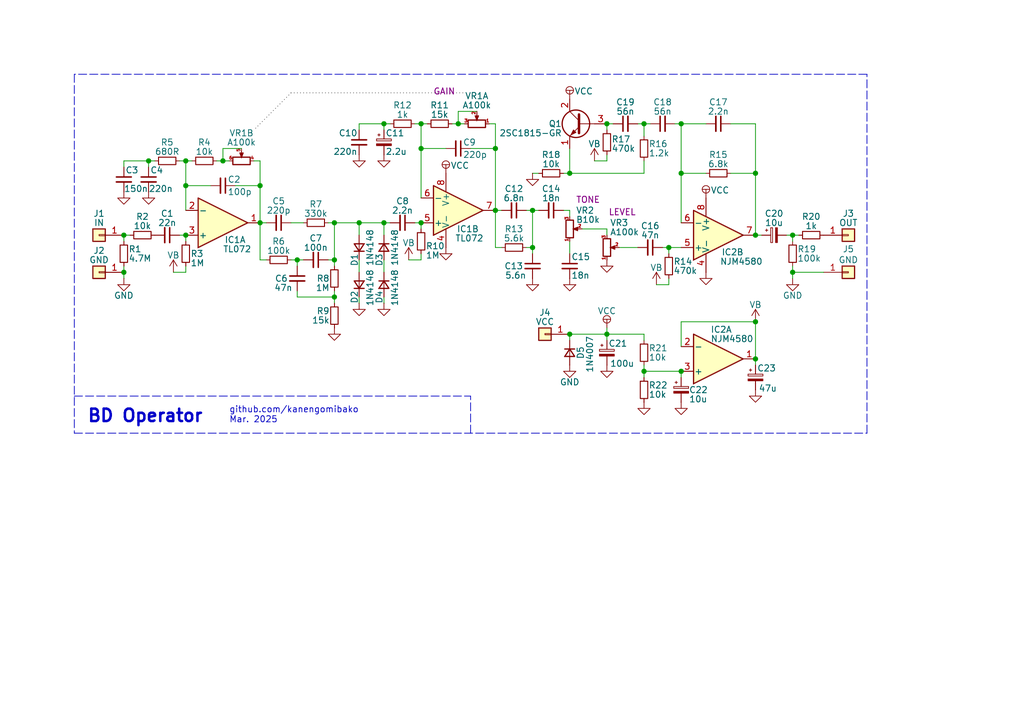
<source format=kicad_sch>
(kicad_sch (version 20250114) (generator "eeschema") (generator_version "9.0")
  (paper "A5")
  (lib_symbols
    (symbol "Amplifier_Operational:TL072" (pin_names (offset 0.127))
      (property "Reference" "U" (at 0 5.08 0))
      (property "Value" "TL072" (at 0 -5.08 0))
      (symbol "TL072_1_1"
        (polyline (pts (xy -5.08 5.08) (xy 5.08 0) (xy -5.08 -5.08) (xy -5.08 5.08)) (stroke (width 0.254)) (fill (type background)))
        (pin input line (at -7.62 2.54 0) (length 2.54) (name "+") (number "3"))
        (pin input line (at -7.62 -2.54 0) (length 2.54) (name "-") (number "2"))
        (pin output line (at 7.62 0 180) (length 2.54) (name "~") (number "1"))
      )
      (symbol "TL072_2_1"
        (polyline (pts (xy -5.08 5.08) (xy 5.08 0) (xy -5.08 -5.08) (xy -5.08 5.08)) (stroke (width 0.254)) (fill (type background)))
        (pin input line (at -7.62 2.54 0) (length 2.54) (name "+") (number "5"))
        (pin input line (at -7.62 -2.54 0) (length 2.54) (name "-") (number "6"))
        (pin output line (at 7.62 0 180) (length 2.54) (name "~") (number "7"))
      )
      (symbol "TL072_3_1"
        (pin power_in line (at -2.54 7.62 270) (length 3.81) (name "V+") (number "8"))
        (pin power_in line (at -2.54 -7.62 90) (length 3.81) (name "V-") (number "4"))
      )
    )
    (symbol "Connector_Generic:Conn_01x01" (pin_names (offset 1.016) (hide yes))
      (property "Reference" "J" (at 0 2.54 0))
      (property "Value" "Conn_01x01" (at 0 -2.54 0))
      (symbol "Conn_01x01_1_1"
        (rectangle (start -1.27 1.27) (end 1.27 -1.27) (stroke (width 0.254)) (fill (type background)))
        (rectangle (start -1.27 0.127) (end 0 -0.127) (stroke (width 0.1524)))
        (pin passive line (at -5.08 0 0) (length 3.81) (name "Pin_1") (number "1"))
      )
    )
    (symbol "Device:C_Polarized_Small" (pin_numbers (hide yes)) (pin_names (offset 0.254) (hide yes))
      (property "Reference" "C" (at 0.254 1.778 0))
      (property "Value" "C_Polarized_Small" (at 0.254 -2.032 0))
      (symbol "C_Polarized_Small_0_1"
        (rectangle (start -1.524 0.6858) (end 1.524 0.3048))
        (rectangle (start -1.524 -0.3048) (end 1.524 -0.6858) (fill (type outline)))
        (polyline (pts (xy -1.27 1.524) (xy -0.762 1.524)))
        (polyline (pts (xy -1.016 1.27) (xy -1.016 1.778)))
      )
      (symbol "C_Polarized_Small_1_1"
        (pin passive line (at 0 2.54 270) (length 1.8542) (name "~") (number "1"))
        (pin passive line (at 0 -2.54 90) (length 1.8542) (name "~") (number "2"))
      )
    )
    (symbol "Device:C_Small" (pin_numbers (hide yes)) (pin_names (offset 0.254) (hide yes))
      (property "Reference" "C" (at 0.254 1.778 0))
      (property "Value" "C_Small" (at 0.254 -2.032 0))
      (symbol "C_Small_0_1"
        (polyline (pts (xy -1.524 0.508) (xy 1.524 0.508)) (stroke (width 0.3048)))
        (polyline (pts (xy -1.524 -0.508) (xy 1.524 -0.508)) (stroke (width 0.3302)))
      )
      (symbol "C_Small_1_1"
        (pin passive line (at 0 2.54 270) (length 2.032) (name "~") (number "1"))
        (pin passive line (at 0 -2.54 90) (length 2.032) (name "~") (number "2"))
      )
    )
    (symbol "Device:D_Small" (pin_numbers (hide yes)) (pin_names (offset 0.254) (hide yes))
      (property "Reference" "D" (at -1.27 2.032 0))
      (property "Value" "D_Small" (at -3.81 -2.032 0))
      (symbol "D_Small_0_1"
        (polyline (pts (xy -0.762 0) (xy 0.762 0)))
        (polyline (pts (xy -0.762 -1.016) (xy -0.762 1.016)) (stroke (width 0.254)))
        (polyline (pts (xy 0.762 -1.016) (xy -0.762 0) (xy 0.762 1.016) (xy 0.762 -1.016)) (stroke (width 0.254)))
      )
      (symbol "D_Small_1_1"
        (pin passive line (at -2.54 0 0) (length 1.778) (name "K") (number "1"))
        (pin passive line (at 2.54 0 180) (length 1.778) (name "A") (number "2"))
      )
    )
    (symbol "Device:R_Potentiometer_Small" (pin_names (offset 1.016) (hide yes))
      (property "Reference" "RV" (at -4.445 0 90))
      (property "Value" "R_Potentiometer_Small" (at -2.54 0 90))
      (symbol "R_Potentiometer_Small_0_1"
        (rectangle (start 0.762 1.8034) (end -0.762 -1.8034) (stroke (width 0.254)))
        (polyline (pts (xy 0.889 0) (xy 0.635 0) (xy 1.651 0.381) (xy 1.651 -0.381) (xy 0.635 0) (xy 0.889 0)) (fill (type outline)))
      )
      (symbol "R_Potentiometer_Small_1_1"
        (pin passive line (at 0 2.54 270) (length 0.635) (name "1") (number "1"))
        (pin passive line (at 0 -2.54 90) (length 0.635) (name "3") (number "3"))
        (pin passive line (at 2.54 0 180) (length 0.9906) (name "2") (number "2"))
      )
    )
    (symbol "Device:R_Small" (pin_numbers (hide yes)) (pin_names (offset 0.254) (hide yes))
      (property "Reference" "R" (at 0.762 0.508 0))
      (property "Value" "R_Small" (at 0.762 -1.016 0))
      (symbol "R_Small_0_1"
        (rectangle (start -0.762 1.778) (end 0.762 -1.778) (stroke (width 0.2032)))
      )
      (symbol "R_Small_1_1"
        (pin passive line (at 0 2.54 270) (length 0.762) (name "~") (number "1"))
        (pin passive line (at 0 -2.54 90) (length 0.762) (name "~") (number "2"))
      )
    )
    (symbol "Transistor_BJT:2SC1815" (pin_names (offset 0) (hide yes))
      (property "Reference" "Q" (at 5.08 1.905 0))
      (property "Value" "2SC1815" (at 5.08 0 0))
      (symbol "2SC1815_0_1"
        (polyline (pts (xy -2.54 0) (xy 0.635 0)))
        (polyline (pts (xy 0.635 1.905) (xy 0.635 -1.905)) (stroke (width 0.508)))
        (circle (center 1.27 0) (radius 2.8194) (stroke (width 0.254)))
      )
      (symbol "2SC1815_1_1"
        (polyline (pts (xy 0.635 0.635) (xy 2.54 2.54)))
        (polyline (pts (xy 0.635 -0.635) (xy 2.54 -2.54)))
        (polyline (pts (xy 1.27 -1.778) (xy 1.778 -1.27) (xy 2.286 -2.286) (xy 1.27 -1.778)) (fill (type outline)))
        (pin input line (at -5.08 0 0) (length 2.54) (name "B") (number "3"))
        (pin passive line (at 2.54 5.08 270) (length 2.54) (name "C") (number "2"))
        (pin passive line (at 2.54 -5.08 90) (length 2.54) (name "E") (number "1"))
      )
    )
    (symbol "myLib:R_Potentiometer_Dual_Separate_small" (pin_names (offset 1.016) (hide yes))
      (property "Reference" "RV" (at -4.445 0 90))
      (property "Value" "R_Potentiometer_Dual_Separate_small" (at -2.54 0 90))
      (symbol "R_Potentiometer_Dual_Separate_small_0_1"
        (rectangle (start -0.762 1.778) (end 0.762 -1.778) (stroke (width 0.254)))
        (polyline (pts (xy 0.635 0) (xy 1.651 0.381) (xy 1.651 -0.381) (xy 0.635 0)) (fill (type outline)))
        (polyline (pts (xy 2.032 0) (xy 1.524 0)))
      )
      (symbol "R_Potentiometer_Dual_Separate_small_1_1"
        (pin passive line (at 0 2.54 270) (length 0.635) (name "1") (number "1"))
        (pin passive line (at 0 -2.54 90) (length 0.635) (name "3") (number "3"))
        (pin passive line (at 2.54 0 180) (length 0.635) (name "2") (number "2"))
      )
      (symbol "R_Potentiometer_Dual_Separate_small_2_1"
        (pin passive line (at 0 2.54 270) (length 0.635) (name "4") (number "4"))
        (pin passive line (at 0 -2.54 90) (length 0.635) (name "6") (number "6"))
        (pin passive line (at 2.54 0 180) (length 0.635) (name "5") (number "5"))
      )
    )
    (symbol "myLib:VB" (power) (pin_names (offset 0))
      (property "Value" "VB" (at 0 3.556 0))
      (symbol "VB_0_1"
        (polyline (pts (xy -0.762 1.27) (xy 0 2.54)))
        (polyline (pts (xy 0 2.54) (xy 0.762 1.27)))
        (polyline (pts (xy 0 0) (xy 0 2.54)))
      )
      (symbol "VB_1_1"
        (pin power_in line (at 0 0 90) (length 0) (hide yes) (name "VB") (number "1"))
      )
    )
    (symbol "myLib:VCC" (power) (pin_names (offset 0))
      (property "Value" "VCC" (at 0 3.556 0))
      (symbol "VCC_0_0"
        (polyline (pts (xy -0.762 1.778) (xy 0.762 1.778)))
        (circle (center 0 1.778) (radius 0.7725))
      )
      (symbol "VCC_0_1"
        (polyline (pts (xy 0 0) (xy 0 1.778)))
      )
      (symbol "VCC_1_1"
        (pin power_in line (at 0 0 90) (length 0) (hide yes) (name "VCC") (number "1"))
      )
    )
    (symbol "power:GND" (power) (pin_numbers (hide yes)) (pin_names (offset 0) (hide yes))
      (property "Value" "GND" (at 0 -3.81 0))
      (symbol "GND_0_1"
        (polyline (pts (xy 0 0) (xy 0 -1.27) (xy 1.27 -1.27) (xy 0 -2.54) (xy -1.27 -1.27) (xy 0 -1.27)))
      )
      (symbol "GND_1_1"
        (pin power_in line (at 0 0 270) (length 0) (name "~") (number "1"))
      )
    )
  )
  (text "BD Operator" (at 17.78 86.995 0) (effects (font (size 2.54 2.54) (thickness 0.508) (bold yes)) (justify left bottom)))
  (text "github.com/kanengomibako\nMar. 2025" (at 46.99 86.995 0) (effects (font (size 1.27 1.27)) (justify left bottom)))
  (junction (at 139.7 76.2))
  (junction (at 38.1 38.1))
  (junction (at 78.74 45.72))
  (junction (at 30.48 33.02))
  (junction (at 132.08 25.4))
  (junction (at 53.34 38.1))
  (junction (at 154.94 73.66))
  (junction (at 137.16 50.8))
  (junction (at 162.56 55.88))
  (junction (at 53.34 45.72))
  (junction (at 124.46 25.4))
  (junction (at 109.22 50.8))
  (junction (at 132.08 76.2))
  (junction (at 154.94 35.56))
  (junction (at 68.58 45.72))
  (junction (at 86.36 30.48))
  (junction (at 139.7 35.56))
  (junction (at 25.4 48.26))
  (junction (at 139.7 25.4))
  (junction (at 93.98 25.4))
  (junction (at 101.6 30.48))
  (junction (at 86.36 45.72))
  (junction (at 124.46 68.58))
  (junction (at 109.22 43.18))
  (junction (at 154.94 48.26))
  (junction (at 60.96 53.34))
  (junction (at 78.74 25.4))
  (junction (at 38.1 33.02))
  (junction (at 86.36 25.4))
  (junction (at 38.1 48.26))
  (junction (at 116.84 68.58))
  (junction (at 154.94 66.04))
  (junction (at 73.66 45.72))
  (junction (at 68.58 60.96))
  (junction (at 25.4 55.88))
  (junction (at 116.84 35.56))
  (junction (at 162.56 48.26))
  (junction (at 45.72 33.02))
  (junction (at 101.6 43.18))
  (junction (at 68.58 53.34))
  (wire (pts (xy 68.58 45.72) (xy 73.66 45.72)))
  (wire (pts (xy 139.7 66.04) (xy 139.7 71.12)))
  (wire (pts (xy 162.56 55.88) (xy 162.56 54.61)))
  (wire (pts (xy 101.6 43.18) (xy 102.87 43.18)))
  (wire (pts (xy 85.09 25.4) (xy 86.36 25.4)))
  (wire (pts (xy 45.72 30.48) (xy 45.72 33.02)))
  (wire (pts (xy 162.56 55.88) (xy 168.91 55.88)))
  (wire (pts (xy 92.71 25.4) (xy 93.98 25.4)))
  (wire (pts (xy 137.16 50.8) (xy 139.7 50.8)))
  (wire (pts (xy 124.46 25.4) (xy 125.73 25.4)))
  (wire (pts (xy 86.36 52.07) (xy 86.36 53.34)))
  (wire (pts (xy 132.08 76.2) (xy 139.7 76.2)))
  (wire (pts (xy 38.1 38.1) (xy 38.1 43.18)))
  (wire (pts (xy 48.26 38.1) (xy 53.34 38.1)))
  (wire (pts (xy 45.72 30.48) (xy 49.53 30.48)))
  (wire (pts (xy 43.18 38.1) (xy 38.1 38.1)))
  (wire (pts (xy 149.86 25.4) (xy 154.94 25.4)))
  (wire (pts (xy 60.96 59.69) (xy 60.96 60.96)))
  (wire (pts (xy 78.74 25.4) (xy 78.74 26.67)))
  (wire (pts (xy 119.38 46.99) (xy 124.46 46.99)))
  (wire (pts (xy 110.49 35.56) (xy 109.22 35.56)))
  (wire (pts (xy 93.98 22.86) (xy 93.98 25.4)))
  (wire (pts (xy 86.36 40.64) (xy 86.36 30.48)))
  (wire (pts (xy 132.08 25.4) (xy 133.35 25.4)))
  (wire (pts (xy 25.4 55.88) (xy 25.4 54.61)))
  (wire (pts (xy 116.84 49.53) (xy 116.84 52.07)))
  (wire (pts (xy 139.7 35.56) (xy 139.7 45.72)))
  (wire (pts (xy 78.74 62.23) (xy 78.74 60.96)))
  (wire (pts (xy 154.94 35.56) (xy 154.94 48.26)))
  (wire (pts (xy 96.52 30.48) (xy 101.6 30.48)))
  (wire (pts (xy 132.08 68.58) (xy 132.08 69.85)))
  (polyline (pts (xy 177.8 15.24) (xy 15.24 15.24)) (stroke (width 0) (type dash)))
  (wire (pts (xy 124.46 67.31) (xy 124.46 68.58)))
  (wire (pts (xy 85.09 45.72) (xy 86.36 45.72)))
  (wire (pts (xy 73.66 25.4) (xy 73.66 26.67)))
  (wire (pts (xy 67.31 45.72) (xy 68.58 45.72)))
  (wire (pts (xy 139.7 25.4) (xy 139.7 35.56)))
  (wire (pts (xy 137.16 50.8) (xy 137.16 52.07)))
  (wire (pts (xy 109.22 43.18) (xy 109.22 50.8)))
  (wire (pts (xy 116.84 35.56) (xy 116.84 30.48)))
  (polyline (pts (xy 59.69 19.05) (xy 95.25 19.05)) (stroke (width 0) (type dot) (color 72 72 72 1)))
  (wire (pts (xy 60.96 53.34) (xy 62.23 53.34)))
  (wire (pts (xy 68.58 60.96) (xy 68.58 62.23)))
  (wire (pts (xy 101.6 30.48) (xy 101.6 43.18)))
  (wire (pts (xy 78.74 45.72) (xy 80.01 45.72)))
  (wire (pts (xy 54.61 45.72) (xy 53.34 45.72)))
  (wire (pts (xy 154.94 66.04) (xy 154.94 73.66)))
  (wire (pts (xy 38.1 48.26) (xy 38.1 49.53)))
  (wire (pts (xy 132.08 74.93) (xy 132.08 76.2)))
  (wire (pts (xy 86.36 25.4) (xy 86.36 30.48)))
  (wire (pts (xy 124.46 25.4) (xy 124.46 26.67)))
  (wire (pts (xy 124.46 46.99) (xy 124.46 48.26)))
  (wire (pts (xy 68.58 45.72) (xy 68.58 53.34)))
  (wire (pts (xy 86.36 30.48) (xy 91.44 30.48)))
  (wire (pts (xy 101.6 50.8) (xy 102.87 50.8)))
  (wire (pts (xy 45.72 33.02) (xy 46.99 33.02)))
  (wire (pts (xy 60.96 60.96) (xy 68.58 60.96)))
  (wire (pts (xy 53.34 33.02) (xy 53.34 38.1)))
  (wire (pts (xy 97.79 22.86) (xy 93.98 22.86)))
  (wire (pts (xy 60.96 53.34) (xy 60.96 54.61)))
  (wire (pts (xy 124.46 68.58) (xy 132.08 68.58)))
  (wire (pts (xy 132.08 76.2) (xy 132.08 77.47)))
  (wire (pts (xy 116.84 43.18) (xy 116.84 44.45)))
  (wire (pts (xy 161.29 48.26) (xy 162.56 48.26)))
  (wire (pts (xy 59.69 45.72) (xy 62.23 45.72)))
  (wire (pts (xy 154.94 25.4) (xy 154.94 35.56)))
  (wire (pts (xy 78.74 45.72) (xy 78.74 48.26)))
  (polyline (pts (xy 15.24 81.28) (xy 96.52 81.28)) (stroke (width 0) (type dash)))
  (wire (pts (xy 25.4 34.29) (xy 25.4 33.02)))
  (wire (pts (xy 116.84 35.56) (xy 132.08 35.56)))
  (wire (pts (xy 162.56 49.53) (xy 162.56 48.26)))
  (wire (pts (xy 124.46 31.75) (xy 124.46 33.02)))
  (wire (pts (xy 86.36 46.99) (xy 86.36 45.72)))
  (polyline (pts (xy 177.8 88.9) (xy 177.8 15.24)) (stroke (width 0) (type dash)))
  (wire (pts (xy 38.1 54.61) (xy 38.1 55.88)))
  (wire (pts (xy 132.08 33.02) (xy 132.08 35.56)))
  (wire (pts (xy 116.84 68.58) (xy 116.84 69.85)))
  (wire (pts (xy 144.78 35.56) (xy 139.7 35.56)))
  (wire (pts (xy 87.63 25.4) (xy 86.36 25.4)))
  (wire (pts (xy 124.46 69.85) (xy 124.46 68.58)))
  (wire (pts (xy 36.83 33.02) (xy 38.1 33.02)))
  (wire (pts (xy 107.95 50.8) (xy 109.22 50.8)))
  (wire (pts (xy 162.56 57.15) (xy 162.56 55.88)))
  (wire (pts (xy 154.94 48.26) (xy 156.21 48.26)))
  (wire (pts (xy 38.1 33.02) (xy 39.37 33.02)))
  (wire (pts (xy 53.34 38.1) (xy 53.34 45.72)))
  (wire (pts (xy 109.22 52.07) (xy 109.22 50.8)))
  (polyline (pts (xy 59.69 19.05) (xy 52.07 26.67)) (stroke (width 0) (type dot) (color 72 72 72 1)))
  (wire (pts (xy 139.7 25.4) (xy 144.78 25.4)))
  (wire (pts (xy 25.4 57.15) (xy 25.4 55.88)))
  (wire (pts (xy 101.6 25.4) (xy 101.6 30.48)))
  (wire (pts (xy 52.07 33.02) (xy 53.34 33.02)))
  (wire (pts (xy 138.43 25.4) (xy 139.7 25.4)))
  (wire (pts (xy 78.74 55.88) (xy 78.74 53.34)))
  (wire (pts (xy 109.22 43.18) (xy 110.49 43.18)))
  (wire (pts (xy 73.66 45.72) (xy 73.66 48.26)))
  (wire (pts (xy 127 50.8) (xy 130.81 50.8)))
  (wire (pts (xy 132.08 25.4) (xy 130.81 25.4)))
  (wire (pts (xy 115.57 35.56) (xy 116.84 35.56)))
  (wire (pts (xy 107.95 43.18) (xy 109.22 43.18)))
  (wire (pts (xy 53.34 45.72) (xy 53.34 53.34)))
  (wire (pts (xy 149.86 35.56) (xy 154.94 35.56)))
  (wire (pts (xy 162.56 48.26) (xy 163.83 48.26)))
  (wire (pts (xy 30.48 33.02) (xy 31.75 33.02)))
  (wire (pts (xy 132.08 25.4) (xy 132.08 27.94)))
  (wire (pts (xy 139.7 77.47) (xy 139.7 76.2)))
  (wire (pts (xy 134.62 58.42) (xy 137.16 58.42)))
  (wire (pts (xy 35.56 55.88) (xy 38.1 55.88)))
  (wire (pts (xy 26.67 48.26) (xy 25.4 48.26)))
  (polyline (pts (xy 15.24 15.24) (xy 15.24 88.9)) (stroke (width 0) (type dash)))
  (wire (pts (xy 115.57 43.18) (xy 116.84 43.18)))
  (wire (pts (xy 154.94 73.66) (xy 154.94 74.93)))
  (wire (pts (xy 25.4 48.26) (xy 25.4 49.53)))
  (wire (pts (xy 68.58 54.61) (xy 68.58 53.34)))
  (wire (pts (xy 78.74 25.4) (xy 73.66 25.4)))
  (polyline (pts (xy -25.4 -17.78) (xy -27.94 -12.7)) (stroke (width 0) (type dot) (color 72 72 72 1)))
  (polyline (pts (xy 15.24 88.9) (xy 177.8 88.9)) (stroke (width 0) (type dash)))
  (wire (pts (xy 36.83 48.26) (xy 38.1 48.26)))
  (wire (pts (xy 25.4 33.02) (xy 30.48 33.02)))
  (wire (pts (xy 73.66 55.88) (xy 73.66 53.34)))
  (wire (pts (xy 59.69 53.34) (xy 60.96 53.34)))
  (wire (pts (xy 135.89 50.8) (xy 137.16 50.8)))
  (wire (pts (xy 83.82 53.34) (xy 86.36 53.34)))
  (wire (pts (xy 38.1 33.02) (xy 38.1 38.1)))
  (wire (pts (xy 80.01 25.4) (xy 78.74 25.4)))
  (wire (pts (xy 44.45 33.02) (xy 45.72 33.02)))
  (wire (pts (xy 67.31 53.34) (xy 68.58 53.34)))
  (wire (pts (xy 68.58 59.69) (xy 68.58 60.96)))
  (wire (pts (xy 93.98 25.4) (xy 95.25 25.4)))
  (wire (pts (xy 101.6 43.18) (xy 101.6 50.8)))
  (wire (pts (xy 73.66 45.72) (xy 78.74 45.72)))
  (wire (pts (xy 137.16 57.15) (xy 137.16 58.42)))
  (polyline (pts (xy 96.52 88.9) (xy 96.52 81.28)) (stroke (width 0) (type dash)))
  (wire (pts (xy 73.66 62.23) (xy 73.66 60.96)))
  (wire (pts (xy 121.92 33.02) (xy 124.46 33.02)))
  (wire (pts (xy 139.7 66.04) (xy 154.94 66.04)))
  (wire (pts (xy 100.33 25.4) (xy 101.6 25.4)))
  (wire (pts (xy 116.84 68.58) (xy 124.46 68.58)))
  (wire (pts (xy 30.48 34.29) (xy 30.48 33.02)))
  (wire (pts (xy 53.34 53.34) (xy 54.61 53.34)))
  (symbol (lib_id "myLib:VB") (at 83.82 53.34 0) (unit 1)
    (property "Reference" "#PWR011" (effects (hide yes)))
    (property "Value" "VB" (at 83.82 49.8475 0))
    (property "Description" "Power symbol creates a global label with name \"+4V5\"" (effects (hide yes)))
  )
  (symbol (lib_id "power:GND") (at 73.66 62.23 0) (unit 1)
    (property "Reference" "#PWR08" (effects (hide yes)))
    (property "Value" "GND" (effects (hide yes)))
    (property "Description" "Power symbol creates a global label with name \"GND\" , ground" (effects (hide yes)))
  )
  (symbol (lib_id "Device:R_Small") (at 137.16 54.61 0) (unit 1)
    (property "Reference" "R14" (at 138.1125 53.6575 0) (effects (justify left)))
    (property "Value" "470k" (at 138.1125 55.5625 0) (effects (justify left)))
    (property "Footprint" "myFoot:my_R_P7.62mm_Horizontal" (effects (hide yes)))
  )
  (symbol (lib_id "Device:R_Small") (at 68.58 57.15 0) (mirror y) (unit 1)
    (property "Reference" "R8" (at 67.6275 57.15 0) (effects (justify left)))
    (property "Value" "1M" (at 67.6275 59.055 0) (effects (justify left)))
    (property "Footprint" "myFoot:my_R_P7.62mm_Horizontal" (effects (hide yes)))
  )
  (symbol (lib_id "power:GND") (at 91.44 50.8 0) (unit 1)
    (property "Reference" "#PWR013" (effects (hide yes)))
    (property "Value" "GND" (effects (hide yes)))
    (property "Description" "Power symbol creates a global label with name \"GND\" , ground" (effects (hide yes)))
  )
  (symbol (lib_id "Connector_Generic:Conn_01x01") (at 173.99 48.26 0) (unit 1)
    (property "Reference" "J3" (at 173.99 43.815 0))
    (property "Value" "OUT" (at 173.99 45.72 0))
    (property "Footprint" "myFoot:my_WirePad_0-8mmDrill" (effects (hide yes)))
    (property "Description" "Generic connector, single row, 01x01, script generated (kicad-library-utils/schlib/autogen/connector/)" (effects (hide yes)))
  )
  (symbol (lib_id "power:GND") (at 144.78 55.88 0) (unit 1)
    (property "Reference" "#PWR022" (effects (hide yes)))
    (property "Value" "GND" (effects (hide yes)))
    (property "Description" "Power symbol creates a global label with name \"GND\" , ground" (effects (hide yes)))
  )
  (symbol (lib_id "Device:R_Small") (at 68.58 64.77 0) (mirror y) (unit 1)
    (property "Reference" "R9" (at 67.6275 63.8175 0) (effects (justify left)))
    (property "Value" "15k" (at 67.6275 65.7225 0) (effects (justify left)))
    (property "Footprint" "myFoot:my_R_P7.62mm_Horizontal" (effects (hide yes)))
  )
  (symbol (lib_id "Connector_Generic:Conn_01x01") (at 20.32 48.26 0) (mirror y) (unit 1)
    (property "Reference" "J1" (at 20.32 43.815 0))
    (property "Value" "IN" (at 20.32 45.72 0))
    (property "Footprint" "myFoot:my_WirePad_0-8mmDrill" (effects (hide yes)))
    (property "Description" "Generic connector, single row, 01x01, script generated (kicad-library-utils/schlib/autogen/connector/)" (effects (hide yes)))
  )
  (symbol (lib_id "Device:C_Small") (at 135.89 25.4 90) (mirror x) (unit 1)
    (property "Reference" "C18" (at 135.89 20.955 90))
    (property "Value" "56n" (at 135.89 22.86 90))
    (property "Footprint" "myFoot:my_C_Rect1_P5.00mm" (effects (hide yes)))
  )
  (symbol (lib_id "Device:C_Small") (at 113.03 43.18 270) (unit 1)
    (property "Reference" "C14" (at 113.03 38.735 90))
    (property "Value" "18n" (at 113.03 40.64 90))
    (property "Footprint" "myFoot:my_C_Rect1_P5.00mm" (effects (hide yes)))
  )
  (symbol (lib_id "power:GND") (at 109.22 35.56 0) (unit 1)
    (property "Reference" "#PWR016" (effects (hide yes)))
    (property "Value" "GND" (effects (hide yes)))
    (property "Description" "Power symbol creates a global label with name \"GND\" , ground" (effects (hide yes)))
  )
  (symbol (lib_id "power:GND") (at 124.46 53.34 0) (unit 1)
    (property "Reference" "#PWR019" (effects (hide yes)))
    (property "Value" "GND" (effects (hide yes)))
    (property "Description" "Power symbol creates a global label with name \"GND\" , ground" (effects (hide yes)))
  )
  (symbol (lib_id "Device:C_Small") (at 45.72 38.1 270) (unit 1)
    (property "Reference" "C2" (at 46.6725 36.83 90) (effects (justify left)))
    (property "Value" "100p" (at 46.6725 39.37 90) (effects (justify left)))
    (property "Footprint" "myFoot:my_C_Rect1_P5.00mm" (effects (hide yes)))
  )
  (symbol (lib_id "power:GND") (at 25.4 57.15 0) (unit 1)
    (property "Reference" "#PWR031" (effects (hide yes)))
    (property "Value" "GND" (at 25.4 60.6425 0))
    (property "Description" "Power symbol creates a global label with name \"GND\" , ground" (effects (hide yes)))
  )
  (symbol (lib_id "Device:R_Small") (at 34.29 33.02 90) (unit 1)
    (property "Reference" "R5" (at 34.29 29.21 90))
    (property "Value" "680R" (at 34.29 31.115 90))
    (property "Footprint" "myFoot:my_R_P7.62mm_Horizontal" (effects (hide yes)))
  )
  (symbol (lib_id "Amplifier_Operational:TL072") (at 147.32 73.66 0) (mirror x) (unit 1)
    (property "Reference" "IC2" (at 145.7325 67.6275 0) (effects (justify left)))
    (property "Value" "NJM4580" (at 145.7325 69.5325 0) (effects (justify left)))
    (property "Footprint" "Package_DIP:DIP-8_W7.62mm" (effects (hide yes)))
  )
  (symbol (lib_id "power:GND") (at 109.22 57.15 0) (unit 1)
    (property "Reference" "#PWR014" (effects (hide yes)))
    (property "Value" "GND" (effects (hide yes)))
    (property "Description" "Power symbol creates a global label with name \"GND\" , ground" (effects (hide yes)))
  )
  (symbol (lib_id "Amplifier_Operational:TL072") (at 45.72 45.72 0) (mirror x) (unit 1)
    (property "Reference" "IC1" (at 46.0375 49.2125 0) (effects (justify left)))
    (property "Value" "TL072" (at 45.72 51.1175 0) (effects (justify left)))
    (property "Footprint" "Package_DIP:DIP-8_W7.62mm" (effects (hide yes)))
  )
  (symbol (lib_id "Device:C_Small") (at 73.66 29.21 0) (mirror y) (unit 1)
    (property "Reference" "C10" (at 73.3425 27.305 0) (effects (justify left)))
    (property "Value" "220n" (at 73.3425 31.115 0) (effects (justify left)))
    (property "Footprint" "myFoot:my_C_Rect1_P5.00mm" (effects (hide yes)))
  )
  (symbol (lib_id "Device:C_Small") (at 82.55 45.72 270) (unit 1)
    (property "Reference" "C8" (at 82.55 41.275 90))
    (property "Value" "2.2n" (at 82.55 43.18 90))
    (property "Footprint" "myFoot:my_C_Rect1_P5.00mm" (effects (hide yes)))
  )
  (symbol (lib_id "myLib:VB") (at 121.92 33.02 0) (unit 1)
    (property "Reference" "#PWR018" (effects (hide yes)))
    (property "Value" "VB" (at 121.92 29.5275 0))
    (property "Description" "Power symbol creates a global label with name \"+4V5\"" (effects (hide yes)))
  )
  (symbol (lib_id "power:GND") (at 68.58 67.31 0) (unit 1)
    (property "Reference" "#PWR06" (effects (hide yes)))
    (property "Value" "GND" (effects (hide yes)))
    (property "Description" "Power symbol creates a global label with name \"GND\" , ground" (effects (hide yes)))
  )
  (symbol (lib_id "myLib:VCC") (at 124.46 67.31 0) (unit 1)
    (property "Reference" "#PWR025" (effects (hide yes)))
    (property "Value" "VCC" (at 124.46 63.8175 0))
    (property "Description" "Power symbol creates a global label with name \"V+\"" (effects (hide yes)))
  )
  (symbol (lib_id "myLib:VB") (at 154.94 66.04 0) (unit 1)
    (property "Reference" "#PWR029" (effects (hide yes)))
    (property "Value" "VB" (at 154.94 62.5475 0))
    (property "Description" "Power symbol creates a global label with name \"+4V5\"" (effects (hide yes)))
  )
  (symbol (lib_id "power:GND") (at 162.56 57.15 0) (unit 1)
    (property "Reference" "#PWR023" (effects (hide yes)))
    (property "Value" "GND" (at 162.56 60.6425 0))
    (property "Description" "Power symbol creates a global label with name \"GND\" , ground" (effects (hide yes)))
  )
  (symbol (lib_id "Device:D_Small") (at 116.84 72.39 270) (unit 1)
    (property "Reference" "D5" (at 119.0625 72.39 0))
    (property "Value" "1N4007" (at 120.9675 72.7075 0))
    (property "Footprint" "myFoot:my_D_P7.62mm" (effects (hide yes)))
  )
  (symbol (lib_id "Device:C_Polarized_Small") (at 78.74 29.21 0) (unit 1)
    (property "Reference" "C11" (at 79.0575 27.305 0) (effects (justify left)))
    (property "Value" "2.2u" (at 79.0575 31.115 0) (effects (justify left)))
    (property "Footprint" "myFoot:my_C_D5.0mm_P2.50mm" (effects (hide yes)))
  )
  (symbol (lib_id "Device:D_Small") (at 73.66 50.8 90) (unit 1)
    (property "Reference" "D1" (at 72.7075 53.34 0))
    (property "Value" "1N4148" (at 75.8825 50.8 0))
    (property "Footprint" "myFoot:my_D_P7.62mm" (effects (hide yes)))
  )
  (symbol (lib_id "Connector_Generic:Conn_01x01") (at 111.76 68.58 0) (mirror y) (unit 1)
    (property "Reference" "J4" (at 111.76 64.135 0))
    (property "Value" "VCC" (at 111.76 66.04 0))
    (property "Footprint" "myFoot:my_WirePad_0-8mmDrill" (effects (hide yes)))
    (property "Description" "Generic connector, single row, 01x01, script generated (kicad-library-utils/schlib/autogen/connector/)" (effects (hide yes)))
  )
  (symbol (lib_id "Device:C_Small") (at 128.27 25.4 90) (mirror x) (unit 1)
    (property "Reference" "C19" (at 128.27 20.955 90))
    (property "Value" "56n" (at 128.27 22.86 90))
    (property "Footprint" "myFoot:my_C_Rect1_P5.00mm" (effects (hide yes)))
  )
  (symbol (lib_id "myLib:VB") (at 35.56 55.88 0) (unit 1)
    (property "Reference" "#PWR05" (effects (hide yes)))
    (property "Value" "VB" (at 35.56 52.3875 0))
    (property "Description" "Power symbol creates a global label with name \"+4V5\"" (effects (hide yes)))
  )
  (symbol (lib_id "Device:C_Polarized_Small") (at 124.46 72.39 0) (unit 1)
    (property "Reference" "C21" (at 124.7775 70.485 0) (effects (justify left)))
    (property "Value" "100u" (at 125.095 74.6125 0) (effects (justify left)))
    (property "Footprint" "myFoot:my_C_D6.3mm_P2.50mm" (effects (hide yes)))
  )
  (symbol (lib_id "Device:R_Potentiometer_Small") (at 124.46 50.8 0) (mirror x) (unit 1)
    (property "Reference" "VR3" (at 125.095 45.72 0) (effects (justify left)))
    (property "Value" "A100k" (at 125.095 47.625 0) (effects (justify left)))
    (property "Footprint" "myFoot:my_pot_5mm" (effects (hide yes)))
    (property "Description" "Potentiometer" (effects (hide yes)))
    (property "NAME" "LEVEL" (at 124.7775 43.4975 0) (effects (justify left)))
  )
  (symbol (lib_id "Device:C_Small") (at 133.35 50.8 270) (unit 1)
    (property "Reference" "C16" (at 133.35 46.355 90))
    (property "Value" "47n" (at 133.35 48.26 90))
    (property "Footprint" "myFoot:my_C_Rect1_P5.00mm" (effects (hide yes)))
  )
  (symbol (lib_id "myLib:R_Potentiometer_Dual_Separate_small") (at 97.79 25.4 270) (mirror x) (unit 1)
    (property "Reference" "VR1" (at 97.79 19.685 90))
    (property "Value" "A100k" (at 97.79 21.59 90))
    (property "Footprint" "myFoot:my_pot_5mm_dual" (effects (hide yes)))
    (property "Description" "Dual potentiometer, separate units" (effects (hide yes)))
    (property "NAME" "GAIN" (at 91.1225 18.7325 90))
  )
  (symbol (lib_id "Device:C_Small") (at 30.48 36.83 0) (unit 1)
    (property "Reference" "C4" (at 30.7975 34.925 0) (effects (justify left)))
    (property "Value" "220n" (at 30.48 38.735 0) (effects (justify left)))
    (property "Footprint" "myFoot:my_C_Rect1_P5.00mm" (effects (hide yes)))
  )
  (symbol (lib_id "power:GND") (at 78.74 62.23 0) (unit 1)
    (property "Reference" "#PWR010" (effects (hide yes)))
    (property "Value" "GND" (effects (hide yes)))
    (property "Description" "Power symbol creates a global label with name \"GND\" , ground" (effects (hide yes)))
  )
  (symbol (lib_id "power:GND") (at 116.84 74.93 0) (unit 1)
    (property "Reference" "#PWR024" (effects (hide yes)))
    (property "Value" "GND" (at 116.84 78.4225 0))
    (property "Description" "Power symbol creates a global label with name \"GND\" , ground" (effects (hide yes)))
  )
  (symbol (lib_id "Device:R_Small") (at 82.55 25.4 90) (unit 1)
    (property "Reference" "R12" (at 82.55 21.59 90))
    (property "Value" "1k" (at 82.55 23.495 90))
    (property "Footprint" "myFoot:my_R_P7.62mm_Horizontal" (effects (hide yes)))
  )
  (symbol (lib_id "power:GND") (at 154.94 80.01 0) (unit 1)
    (property "Reference" "#PWR030" (effects (hide yes)))
    (property "Value" "GND" (effects (hide yes)))
    (property "Description" "Power symbol creates a global label with name \"GND\" , ground" (effects (hide yes)))
  )
  (symbol (lib_id "Device:R_Small") (at 132.08 80.01 0) (unit 1)
    (property "Reference" "R22" (at 133.0325 79.0575 0) (effects (justify left)))
    (property "Value" "10k" (at 133.0325 80.9625 0) (effects (justify left)))
    (property "Footprint" "myFoot:my_R_P7.62mm_Horizontal" (effects (hide yes)))
  )
  (symbol (lib_id "Amplifier_Operational:TL072") (at 93.98 43.18 0) (mirror x) (unit 2)
    (property "Reference" "IC1" (at 93.6625 46.99 0) (effects (justify left)))
    (property "Value" "TL072" (at 93.345 48.895 0) (effects (justify left)))
    (property "Footprint" "Package_DIP:DIP-8_W7.62mm" (effects (hide yes)))
  )
  (symbol (lib_id "Device:C_Small") (at 64.77 53.34 270) (unit 1)
    (property "Reference" "C7" (at 64.77 48.895 90))
    (property "Value" "100n" (at 64.77 50.8 90))
    (property "Footprint" "myFoot:my_C_Rect1_P5.00mm" (effects (hide yes)))
  )
  (symbol (lib_id "Device:C_Small") (at 60.96 57.15 0) (mirror y) (unit 1)
    (property "Reference" "C6" (at 59.055 57.15 0) (effects (justify left)))
    (property "Value" "47n" (at 60.0075 59.055 0) (effects (justify left)))
    (property "Footprint" "myFoot:my_C_Rect1_P5.00mm" (effects (hide yes)))
  )
  (symbol (lib_id "power:GND") (at 78.74 31.75 0) (unit 1)
    (property "Reference" "#PWR09" (effects (hide yes)))
    (property "Value" "GND" (effects (hide yes)))
    (property "Description" "Power symbol creates a global label with name \"GND\" , ground" (effects (hide yes)))
  )
  (symbol (lib_id "Device:C_Small") (at 105.41 43.18 270) (unit 1)
    (property "Reference" "C12" (at 105.41 38.735 90))
    (property "Value" "6.8n" (at 105.41 40.64 90))
    (property "Footprint" "myFoot:my_C_Rect1_P5.00mm" (effects (hide yes)))
  )
  (symbol (lib_id "myLib:VCC") (at 116.84 20.32 0) (unit 1)
    (property "Reference" "#PWR015" (effects (hide yes)))
    (property "Value" "VCC" (at 117.7925 18.7325 0) (effects (justify left)))
    (property "Description" "Power symbol creates a global label with name \"V+\"" (effects (hide yes)))
  )
  (symbol (lib_id "Device:R_Small") (at 166.37 48.26 90) (unit 1)
    (property "Reference" "R20" (at 166.37 44.45 90))
    (property "Value" "1k" (at 166.37 46.355 90))
    (property "Footprint" "myFoot:my_R_P7.62mm_Horizontal" (effects (hide yes)))
  )
  (symbol (lib_id "Device:R_Small") (at 132.08 72.39 0) (unit 1)
    (property "Reference" "R21" (at 133.0325 71.4375 0) (effects (justify left)))
    (property "Value" "10k" (at 133.0325 73.3425 0) (effects (justify left)))
    (property "Footprint" "myFoot:my_R_P7.62mm_Horizontal" (effects (hide yes)))
  )
  (symbol (lib_id "Amplifier_Operational:TL072") (at 147.32 48.26 0) (mirror x) (unit 2)
    (property "Reference" "IC2" (at 147.955 51.7525 0) (effects (justify left)))
    (property "Value" "NJM4580" (at 147.6375 53.6575 0) (effects (justify left)))
    (property "Footprint" "Package_DIP:DIP-8_W7.62mm" (effects (hide yes)))
  )
  (symbol (lib_id "Device:C_Small") (at 25.4 36.83 0) (unit 1)
    (property "Reference" "C3" (at 25.7175 34.925 0) (effects (justify left)))
    (property "Value" "150n" (at 25.4 38.735 0) (effects (justify left)))
    (property "Footprint" "myFoot:my_C_Rect1_P5.00mm" (effects (hide yes)))
  )
  (symbol (lib_id "Amplifier_Operational:TL072") (at 147.32 48.26 0) (unit 3)
    (property "Reference" "IC2" (effects (hide yes)))
    (property "Value" "NJM4580" (effects (hide yes)))
    (property "Footprint" "Package_DIP:DIP-8_W7.62mm" (effects (hide yes)))
  )
  (symbol (lib_id "Device:R_Small") (at 147.32 35.56 90) (unit 1)
    (property "Reference" "R15" (at 147.32 31.75 90))
    (property "Value" "6.8k" (at 147.32 33.655 90))
    (property "Footprint" "myFoot:my_R_P7.62mm_Horizontal" (effects (hide yes)))
  )
  (symbol (lib_id "Connector_Generic:Conn_01x01") (at 173.99 55.88 0) (unit 1)
    (property "Reference" "J5" (at 173.99 51.1175 0))
    (property "Value" "GND" (at 173.99 53.34 0))
    (property "Footprint" "myFoot:my_WirePad_0-8mmDrill" (effects (hide yes)))
    (property "Description" "Generic connector, single row, 01x01, script generated (kicad-library-utils/schlib/autogen/connector/)" (effects (hide yes)))
  )
  (symbol (lib_id "Device:D_Small") (at 78.74 50.8 270) (unit 1)
    (property "Reference" "D3" (at 77.7875 53.34 0))
    (property "Value" "1N4148" (at 80.9625 50.8 0))
    (property "Footprint" "myFoot:my_D_P7.62mm" (effects (hide yes)))
  )
  (symbol (lib_id "myLib:VCC") (at 144.78 40.64 0) (unit 1)
    (property "Reference" "#PWR021" (effects (hide yes)))
    (property "Value" "VCC" (at 145.7325 39.0525 0) (effects (justify left)))
    (property "Description" "Power symbol creates a global label with name \"V+\"" (effects (hide yes)))
  )
  (symbol (lib_id "power:GND") (at 30.48 39.37 0) (unit 1)
    (property "Reference" "#PWR04" (effects (hide yes)))
    (property "Value" "GND" (effects (hide yes)))
    (property "Description" "Power symbol creates a global label with name \"GND\" , ground" (effects (hide yes)))
  )
  (symbol (lib_id "Device:C_Small") (at 109.22 54.61 0) (mirror y) (unit 1)
    (property "Reference" "C13" (at 107.315 54.61 0) (effects (justify left)))
    (property "Value" "5.6n" (at 107.95 56.515 0) (effects (justify left)))
    (property "Footprint" "myFoot:my_C_Rect1_P5.00mm" (effects (hide yes)))
  )
  (symbol (lib_id "myLib:R_Potentiometer_Dual_Separate_small") (at 49.53 33.02 270) (mirror x) (unit 2)
    (property "Reference" "VR1" (at 49.53 27.305 90))
    (property "Value" "A100k" (at 49.53 29.21 90))
    (property "Footprint" "myFoot:my_pot_5mm_dual" (effects (hide yes)))
    (property "Description" "Dual potentiometer, separate units" (effects (hide yes)))
    (property "NAME" "GAIN" (effects (hide yes)))
  )
  (symbol (lib_id "Connector_Generic:Conn_01x01") (at 20.32 55.88 0) (mirror y) (unit 1)
    (property "Reference" "J2" (at 20.32 51.435 0))
    (property "Value" "GND" (at 20.32 53.34 0))
    (property "Footprint" "myFoot:my_WirePad_0-8mmDrill" (effects (hide yes)))
    (property "Description" "Generic connector, single row, 01x01, script generated (kicad-library-utils/schlib/autogen/connector/)" (effects (hide yes)))
  )
  (symbol (lib_id "Device:C_Small") (at 147.32 25.4 270) (unit 1)
    (property "Reference" "C17" (at 147.32 20.955 90))
    (property "Value" "2.2n" (at 147.32 22.86 90))
    (property "Footprint" "myFoot:my_C_Rect1_P5.00mm" (effects (hide yes)))
  )
  (symbol (lib_id "power:GND") (at 124.46 74.93 0) (unit 1)
    (property "Reference" "#PWR026" (effects (hide yes)))
    (property "Value" "GND" (effects (hide yes)))
    (property "Description" "Power symbol creates a global label with name \"GND\" , ground" (effects (hide yes)))
  )
  (symbol (lib_id "Device:C_Small") (at 116.84 54.61 0) (unit 1)
    (property "Reference" "C15" (at 117.1575 52.705 0) (effects (justify left)))
    (property "Value" "18n" (at 117.1575 56.515 0) (effects (justify left)))
    (property "Footprint" "myFoot:my_C_Rect1_P5.00mm" (effects (hide yes)))
  )
  (symbol (lib_id "Device:C_Small") (at 57.15 45.72 270) (unit 1)
    (property "Reference" "C5" (at 57.15 41.275 90))
    (property "Value" "220p" (at 57.15 43.18 90))
    (property "Footprint" "myFoot:my_C_Rect1_P5.00mm" (effects (hide yes)))
  )
  (symbol (lib_id "Device:C_Polarized_Small") (at 154.94 77.47 0) (unit 1)
    (property "Reference" "C23" (at 155.2575 75.565 0) (effects (justify left)))
    (property "Value" "47u" (at 155.575 79.6925 0) (effects (justify left)))
    (property "Footprint" "myFoot:my_C_D5.0mm_P2.50mm" (effects (hide yes)))
  )
  (symbol (lib_id "Device:C_Polarized_Small") (at 139.7 80.01 0) (unit 1)
    (property "Reference" "C22" (at 141.2875 80.01 0) (effects (justify left)))
    (property "Value" "10u" (at 141.2875 81.915 0) (effects (justify left)))
    (property "Footprint" "myFoot:my_C_D5.0mm_P2.50mm" (effects (hide yes)))
  )
  (symbol (lib_id "Device:R_Small") (at 132.08 30.48 180) (unit 1)
    (property "Reference" "R16" (at 133.0325 29.5275 0) (effects (justify right)))
    (property "Value" "1.2k" (at 133.0325 31.4325 0) (effects (justify right)))
    (property "Footprint" "myFoot:my_R_P7.62mm_Horizontal" (effects (hide yes)))
  )
  (symbol (lib_id "myLib:VCC") (at 91.44 35.56 0) (unit 1)
    (property "Reference" "#PWR012" (effects (hide yes)))
    (property "Value" "VCC" (at 92.3925 33.9725 0) (effects (justify left)))
    (property "Description" "Power symbol creates a global label with name \"V+\"" (effects (hide yes)))
  )
  (symbol (lib_id "Device:R_Small") (at 162.56 52.07 0) (unit 1)
    (property "Reference" "R19" (at 163.5125 51.1175 0) (effects (justify left)))
    (property "Value" "100k" (at 163.5125 53.0225 0) (effects (justify left)))
    (property "Footprint" "myFoot:my_R_P7.62mm_Horizontal" (effects (hide yes)))
  )
  (symbol (lib_id "Device:C_Polarized_Small") (at 158.75 48.26 90) (mirror x) (unit 1)
    (property "Reference" "C20" (at 158.75 43.815 90))
    (property "Value" "10u" (at 158.75 45.72 90))
    (property "Footprint" "myFoot:my_C_D5.0mm_P2.50mm" (effects (hide yes)))
  )
  (symbol (lib_id "Device:D_Small") (at 78.74 58.42 270) (unit 1)
    (property "Reference" "D4" (at 77.7875 60.96 0))
    (property "Value" "1N4148" (at 80.9625 59.055 0))
    (property "Footprint" "myFoot:my_D_P7.62mm" (effects (hide yes)))
  )
  (symbol (lib_id "Device:R_Small") (at 86.36 49.53 0) (unit 1)
    (property "Reference" "R10" (at 87.3125 50.4825 0) (effects (justify left)))
    (property "Value" "1M" (at 87.3125 52.3875 0) (effects (justify left)))
    (property "Footprint" "myFoot:my_R_P7.62mm_Horizontal" (effects (hide yes)))
  )
  (symbol (lib_id "Device:R_Small") (at 90.17 25.4 90) (unit 1)
    (property "Reference" "R11" (at 90.17 21.59 90))
    (property "Value" "15k" (at 90.17 23.495 90))
    (property "Footprint" "myFoot:my_R_P7.62mm_Horizontal" (effects (hide yes)))
  )
  (symbol (lib_id "Amplifier_Operational:TL072") (at 93.98 43.18 0) (unit 3)
    (property "Reference" "IC1" (effects (hide yes)))
    (property "Value" "TL072" (effects (hide yes)))
    (property "Footprint" "Package_DIP:DIP-8_W7.62mm" (effects (hide yes)))
  )
  (symbol (lib_id "Device:R_Small") (at 41.91 33.02 90) (unit 1)
    (property "Reference" "R4" (at 41.91 29.21 90))
    (property "Value" "10k" (at 41.91 31.115 90))
    (property "Footprint" "myFoot:my_R_P7.62mm_Horizontal" (effects (hide yes)))
  )
  (symbol (lib_id "power:GND") (at 116.84 57.15 0) (unit 1)
    (property "Reference" "#PWR017" (effects (hide yes)))
    (property "Value" "GND" (effects (hide yes)))
    (property "Description" "Power symbol creates a global label with name \"GND\" , ground" (effects (hide yes)))
  )
  (symbol (lib_id "Device:R_Small") (at 29.21 48.26 90) (unit 1)
    (property "Reference" "R2" (at 29.21 44.45 90))
    (property "Value" "10k" (at 29.21 46.355 90))
    (property "Footprint" "myFoot:my_R_P7.62mm_Horizontal" (effects (hide yes)))
  )
  (symbol (lib_id "myLib:VB") (at 134.62 58.42 0) (unit 1)
    (property "Reference" "#PWR020" (effects (hide yes)))
    (property "Value" "VB" (at 134.62 54.9275 0))
    (property "Description" "Power symbol creates a global label with name \"+4V5\"" (effects (hide yes)))
  )
  (symbol (lib_id "Transistor_BJT:2SC1815") (at 119.38 25.4 0) (mirror y) (unit 1)
    (property "Reference" "Q1" (at 115.2525 25.4 0) (effects (justify left)))
    (property "Value" "2SC1815-GR" (at 115.2525 27.305 0) (effects (justify left)))
    (property "Footprint" "Package_TO_SOT_THT:TO-92_Inline_Wide" (effects (hide yes)))
    (property "Datasheet" "https://media.digikey.com/pdf/Data%20Sheets/Toshiba%20PDFs/2SC1815.pdf" (effects (hide yes)))
    (property "Description" "0.15A Ic, 50V Vce, Low Noise Audio NPN Transistor, TO-92" (effects (hide yes)))
  )
  (symbol (lib_id "Device:D_Small") (at 73.66 58.42 90) (unit 1)
    (property "Reference" "D2" (at 72.7075 60.96 0))
    (property "Value" "1N4148" (at 75.8825 59.055 0))
    (property "Footprint" "myFoot:my_D_P7.62mm" (effects (hide yes)))
  )
  (symbol (lib_id "Device:R_Small") (at 64.77 45.72 90) (unit 1)
    (property "Reference" "R7" (at 64.77 41.91 90))
    (property "Value" "330k" (at 64.77 43.815 90))
    (property "Footprint" "myFoot:my_R_P7.62mm_Horizontal" (effects (hide yes)))
  )
  (symbol (lib_id "Device:R_Small") (at 105.41 50.8 90) (unit 1)
    (property "Reference" "R13" (at 105.41 46.99 90))
    (property "Value" "5.6k" (at 105.41 48.895 90))
    (property "Footprint" "myFoot:my_R_P7.62mm_Horizontal" (effects (hide yes)))
  )
  (symbol (lib_id "Device:R_Small") (at 25.4 52.07 0) (unit 1)
    (property "Reference" "R1" (at 26.3525 51.1175 0) (effects (justify left)))
    (property "Value" "4.7M" (at 26.3525 53.0225 0) (effects (justify left)))
    (property "Footprint" "myFoot:my_R_P7.62mm_Horizontal" (effects (hide yes)))
  )
  (symbol (lib_id "power:GND") (at 25.4 39.37 0) (unit 1)
    (property "Reference" "#PWR01" (effects (hide yes)))
    (property "Value" "GND" (effects (hide yes)))
    (property "Description" "Power symbol creates a global label with name \"GND\" , ground" (effects (hide yes)))
  )
  (symbol (lib_id "power:GND") (at 73.66 31.75 0) (unit 1)
    (property "Reference" "#PWR07" (effects (hide yes)))
    (property "Value" "GND" (effects (hide yes)))
    (property "Description" "Power symbol creates a global label with name \"GND\" , ground" (effects (hide yes)))
  )
  (symbol (lib_id "Device:R_Small") (at 57.15 53.34 90) (unit 1)
    (property "Reference" "R6" (at 57.15 49.53 90))
    (property "Value" "100k" (at 57.15 51.435 90))
    (property "Footprint" "myFoot:my_R_P7.62mm_Horizontal" (effects (hide yes)))
  )
  (symbol (lib_id "Device:R_Small") (at 113.03 35.56 270) (unit 1)
    (property "Reference" "R18" (at 113.03 31.75 90))
    (property "Value" "10k" (at 113.03 33.655 90))
    (property "Footprint" "myFoot:my_R_P7.62mm_Horizontal" (effects (hide yes)))
  )
  (symbol (lib_id "Device:R_Small") (at 124.46 29.21 0) (unit 1)
    (property "Reference" "R17" (at 125.4125 28.575 0) (effects (justify left)))
    (property "Value" "470k" (at 125.4125 30.48 0) (effects (justify left)))
    (property "Footprint" "myFoot:my_R_P7.62mm_Horizontal" (effects (hide yes)))
  )
  (symbol (lib_id "Device:C_Small") (at 93.98 30.48 270) (unit 1)
    (property "Reference" "C9" (at 94.9325 29.21 90) (effects (justify left)))
    (property "Value" "220p" (at 94.9325 31.75 90) (effects (justify left)))
    (property "Footprint" "myFoot:my_C_Rect1_P5.00mm" (effects (hide yes)))
  )
  (symbol (lib_id "power:GND") (at 132.08 82.55 0) (unit 1)
    (property "Reference" "#PWR027" (effects (hide yes)))
    (property "Value" "GND" (effects (hide yes)))
    (property "Description" "Power symbol creates a global label with name \"GND\" , ground" (effects (hide yes)))
  )
  (symbol (lib_id "Device:C_Small") (at 34.29 48.26 270) (unit 1)
    (property "Reference" "C1" (at 34.29 43.815 90))
    (property "Value" "22n" (at 34.29 45.72 90))
    (property "Footprint" "myFoot:my_C_Rect1_P5.00mm" (effects (hide yes)))
  )
  (symbol (lib_id "Device:R_Small") (at 38.1 52.07 0) (unit 1)
    (property "Reference" "R3" (at 39.0525 52.07 0) (effects (justify left)))
    (property "Value" "1M" (at 39.0525 53.975 0) (effects (justify left)))
    (property "Footprint" "myFoot:my_R_P7.62mm_Horizontal" (effects (hide yes)))
  )
  (symbol (lib_id "power:GND") (at 139.7 82.55 0) (unit 1)
    (property "Reference" "#PWR028" (effects (hide yes)))
    (property "Value" "GND" (effects (hide yes)))
    (property "Description" "Power symbol creates a global label with name \"GND\" , ground" (effects (hide yes)))
  )
  (symbol (lib_id "Device:R_Potentiometer_Small") (at 116.84 46.99 0) (mirror x) (unit 1)
    (property "Reference" "VR2" (at 118.11 43.18 0) (effects (justify left)))
    (property "Value" "B10k" (at 118.11 45.085 0) (effects (justify left)))
    (property "Footprint" "myFoot:my_pot_5mm" (effects (hide yes)))
    (property "Description" "Potentiometer" (effects (hide yes)))
    (property "NAME" "TONE" (at 118.11 40.9575 0) (effects (justify left)))
  )
)
</source>
